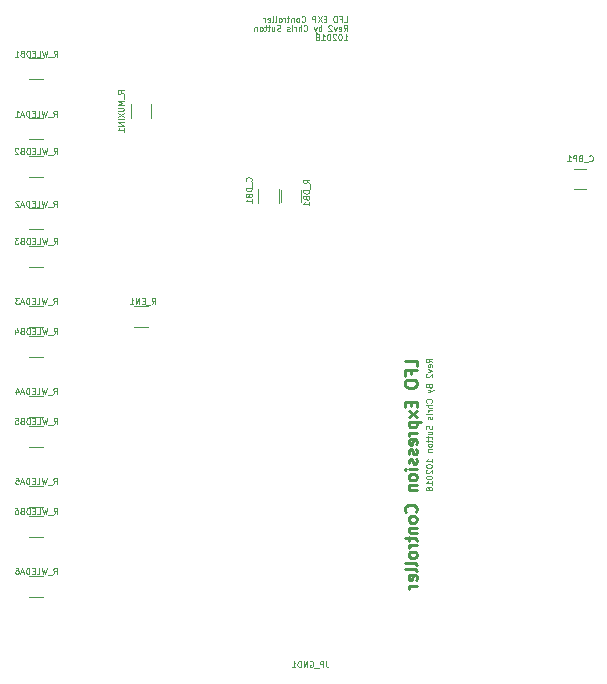
<source format=gbr>
G04 #@! TF.FileFunction,Legend,Bot*
%FSLAX46Y46*%
G04 Gerber Fmt 4.6, Leading zero omitted, Abs format (unit mm)*
G04 Created by KiCad (PCBNEW 4.0.7) date 03/11/18 00:16:20*
%MOMM*%
%LPD*%
G01*
G04 APERTURE LIST*
%ADD10C,0.100000*%
%ADD11C,0.015000*%
%ADD12C,0.125000*%
%ADD13C,0.250000*%
%ADD14C,0.120000*%
G04 APERTURE END LIST*
D10*
D11*
X122832857Y-53944190D02*
X123070952Y-53944190D01*
X123070952Y-53444190D01*
X122499524Y-53682286D02*
X122666190Y-53682286D01*
X122666190Y-53944190D02*
X122666190Y-53444190D01*
X122428095Y-53444190D01*
X122142381Y-53444190D02*
X122047143Y-53444190D01*
X121999524Y-53468000D01*
X121951905Y-53515619D01*
X121928096Y-53610857D01*
X121928096Y-53777524D01*
X121951905Y-53872762D01*
X121999524Y-53920381D01*
X122047143Y-53944190D01*
X122142381Y-53944190D01*
X122190000Y-53920381D01*
X122237619Y-53872762D01*
X122261429Y-53777524D01*
X122261429Y-53610857D01*
X122237619Y-53515619D01*
X122190000Y-53468000D01*
X122142381Y-53444190D01*
X121332857Y-53682286D02*
X121166191Y-53682286D01*
X121094762Y-53944190D02*
X121332857Y-53944190D01*
X121332857Y-53444190D01*
X121094762Y-53444190D01*
X120928095Y-53444190D02*
X120594762Y-53944190D01*
X120594762Y-53444190D02*
X120928095Y-53944190D01*
X120404286Y-53944190D02*
X120404286Y-53444190D01*
X120213810Y-53444190D01*
X120166191Y-53468000D01*
X120142382Y-53491810D01*
X120118572Y-53539429D01*
X120118572Y-53610857D01*
X120142382Y-53658476D01*
X120166191Y-53682286D01*
X120213810Y-53706095D01*
X120404286Y-53706095D01*
X119237620Y-53896571D02*
X119261430Y-53920381D01*
X119332858Y-53944190D01*
X119380477Y-53944190D01*
X119451906Y-53920381D01*
X119499525Y-53872762D01*
X119523334Y-53825143D01*
X119547144Y-53729905D01*
X119547144Y-53658476D01*
X119523334Y-53563238D01*
X119499525Y-53515619D01*
X119451906Y-53468000D01*
X119380477Y-53444190D01*
X119332858Y-53444190D01*
X119261430Y-53468000D01*
X119237620Y-53491810D01*
X118951906Y-53944190D02*
X118999525Y-53920381D01*
X119023334Y-53896571D01*
X119047144Y-53848952D01*
X119047144Y-53706095D01*
X119023334Y-53658476D01*
X118999525Y-53634667D01*
X118951906Y-53610857D01*
X118880477Y-53610857D01*
X118832858Y-53634667D01*
X118809049Y-53658476D01*
X118785239Y-53706095D01*
X118785239Y-53848952D01*
X118809049Y-53896571D01*
X118832858Y-53920381D01*
X118880477Y-53944190D01*
X118951906Y-53944190D01*
X118570953Y-53610857D02*
X118570953Y-53944190D01*
X118570953Y-53658476D02*
X118547144Y-53634667D01*
X118499525Y-53610857D01*
X118428096Y-53610857D01*
X118380477Y-53634667D01*
X118356668Y-53682286D01*
X118356668Y-53944190D01*
X118190001Y-53610857D02*
X117999525Y-53610857D01*
X118118572Y-53444190D02*
X118118572Y-53872762D01*
X118094763Y-53920381D01*
X118047144Y-53944190D01*
X117999525Y-53944190D01*
X117832858Y-53944190D02*
X117832858Y-53610857D01*
X117832858Y-53706095D02*
X117809049Y-53658476D01*
X117785239Y-53634667D01*
X117737620Y-53610857D01*
X117690001Y-53610857D01*
X117451906Y-53944190D02*
X117499525Y-53920381D01*
X117523334Y-53896571D01*
X117547144Y-53848952D01*
X117547144Y-53706095D01*
X117523334Y-53658476D01*
X117499525Y-53634667D01*
X117451906Y-53610857D01*
X117380477Y-53610857D01*
X117332858Y-53634667D01*
X117309049Y-53658476D01*
X117285239Y-53706095D01*
X117285239Y-53848952D01*
X117309049Y-53896571D01*
X117332858Y-53920381D01*
X117380477Y-53944190D01*
X117451906Y-53944190D01*
X116999525Y-53944190D02*
X117047144Y-53920381D01*
X117070953Y-53872762D01*
X117070953Y-53444190D01*
X116737620Y-53944190D02*
X116785239Y-53920381D01*
X116809048Y-53872762D01*
X116809048Y-53444190D01*
X116356667Y-53920381D02*
X116404286Y-53944190D01*
X116499524Y-53944190D01*
X116547143Y-53920381D01*
X116570953Y-53872762D01*
X116570953Y-53682286D01*
X116547143Y-53634667D01*
X116499524Y-53610857D01*
X116404286Y-53610857D01*
X116356667Y-53634667D01*
X116332858Y-53682286D01*
X116332858Y-53729905D01*
X116570953Y-53777524D01*
X116118572Y-53944190D02*
X116118572Y-53610857D01*
X116118572Y-53706095D02*
X116094763Y-53658476D01*
X116070953Y-53634667D01*
X116023334Y-53610857D01*
X115975715Y-53610857D01*
X122785238Y-54709190D02*
X122951905Y-54471095D01*
X123070952Y-54709190D02*
X123070952Y-54209190D01*
X122880476Y-54209190D01*
X122832857Y-54233000D01*
X122809048Y-54256810D01*
X122785238Y-54304429D01*
X122785238Y-54375857D01*
X122809048Y-54423476D01*
X122832857Y-54447286D01*
X122880476Y-54471095D01*
X123070952Y-54471095D01*
X122380476Y-54685381D02*
X122428095Y-54709190D01*
X122523333Y-54709190D01*
X122570952Y-54685381D01*
X122594762Y-54637762D01*
X122594762Y-54447286D01*
X122570952Y-54399667D01*
X122523333Y-54375857D01*
X122428095Y-54375857D01*
X122380476Y-54399667D01*
X122356667Y-54447286D01*
X122356667Y-54494905D01*
X122594762Y-54542524D01*
X122190000Y-54375857D02*
X122070953Y-54709190D01*
X121951905Y-54375857D01*
X121785239Y-54256810D02*
X121761429Y-54233000D01*
X121713810Y-54209190D01*
X121594763Y-54209190D01*
X121547144Y-54233000D01*
X121523334Y-54256810D01*
X121499525Y-54304429D01*
X121499525Y-54352048D01*
X121523334Y-54423476D01*
X121809048Y-54709190D01*
X121499525Y-54709190D01*
X120904287Y-54709190D02*
X120904287Y-54209190D01*
X120904287Y-54399667D02*
X120856668Y-54375857D01*
X120761430Y-54375857D01*
X120713811Y-54399667D01*
X120690002Y-54423476D01*
X120666192Y-54471095D01*
X120666192Y-54613952D01*
X120690002Y-54661571D01*
X120713811Y-54685381D01*
X120761430Y-54709190D01*
X120856668Y-54709190D01*
X120904287Y-54685381D01*
X120499525Y-54375857D02*
X120380478Y-54709190D01*
X120261430Y-54375857D02*
X120380478Y-54709190D01*
X120428097Y-54828238D01*
X120451906Y-54852048D01*
X120499525Y-54875857D01*
X119404288Y-54661571D02*
X119428098Y-54685381D01*
X119499526Y-54709190D01*
X119547145Y-54709190D01*
X119618574Y-54685381D01*
X119666193Y-54637762D01*
X119690002Y-54590143D01*
X119713812Y-54494905D01*
X119713812Y-54423476D01*
X119690002Y-54328238D01*
X119666193Y-54280619D01*
X119618574Y-54233000D01*
X119547145Y-54209190D01*
X119499526Y-54209190D01*
X119428098Y-54233000D01*
X119404288Y-54256810D01*
X119190002Y-54709190D02*
X119190002Y-54209190D01*
X118975717Y-54709190D02*
X118975717Y-54447286D01*
X118999526Y-54399667D01*
X119047145Y-54375857D01*
X119118574Y-54375857D01*
X119166193Y-54399667D01*
X119190002Y-54423476D01*
X118737621Y-54709190D02*
X118737621Y-54375857D01*
X118737621Y-54471095D02*
X118713812Y-54423476D01*
X118690002Y-54399667D01*
X118642383Y-54375857D01*
X118594764Y-54375857D01*
X118428097Y-54709190D02*
X118428097Y-54375857D01*
X118428097Y-54209190D02*
X118451907Y-54233000D01*
X118428097Y-54256810D01*
X118404288Y-54233000D01*
X118428097Y-54209190D01*
X118428097Y-54256810D01*
X118213812Y-54685381D02*
X118166193Y-54709190D01*
X118070955Y-54709190D01*
X118023336Y-54685381D01*
X117999526Y-54637762D01*
X117999526Y-54613952D01*
X118023336Y-54566333D01*
X118070955Y-54542524D01*
X118142383Y-54542524D01*
X118190002Y-54518714D01*
X118213812Y-54471095D01*
X118213812Y-54447286D01*
X118190002Y-54399667D01*
X118142383Y-54375857D01*
X118070955Y-54375857D01*
X118023336Y-54399667D01*
X117428098Y-54685381D02*
X117356669Y-54709190D01*
X117237622Y-54709190D01*
X117190003Y-54685381D01*
X117166193Y-54661571D01*
X117142384Y-54613952D01*
X117142384Y-54566333D01*
X117166193Y-54518714D01*
X117190003Y-54494905D01*
X117237622Y-54471095D01*
X117332860Y-54447286D01*
X117380479Y-54423476D01*
X117404288Y-54399667D01*
X117428098Y-54352048D01*
X117428098Y-54304429D01*
X117404288Y-54256810D01*
X117380479Y-54233000D01*
X117332860Y-54209190D01*
X117213812Y-54209190D01*
X117142384Y-54233000D01*
X116713813Y-54375857D02*
X116713813Y-54709190D01*
X116928098Y-54375857D02*
X116928098Y-54637762D01*
X116904289Y-54685381D01*
X116856670Y-54709190D01*
X116785241Y-54709190D01*
X116737622Y-54685381D01*
X116713813Y-54661571D01*
X116547146Y-54375857D02*
X116356670Y-54375857D01*
X116475717Y-54209190D02*
X116475717Y-54637762D01*
X116451908Y-54685381D01*
X116404289Y-54709190D01*
X116356670Y-54709190D01*
X116261432Y-54375857D02*
X116070956Y-54375857D01*
X116190003Y-54209190D02*
X116190003Y-54637762D01*
X116166194Y-54685381D01*
X116118575Y-54709190D01*
X116070956Y-54709190D01*
X115832861Y-54709190D02*
X115880480Y-54685381D01*
X115904289Y-54661571D01*
X115928099Y-54613952D01*
X115928099Y-54471095D01*
X115904289Y-54423476D01*
X115880480Y-54399667D01*
X115832861Y-54375857D01*
X115761432Y-54375857D01*
X115713813Y-54399667D01*
X115690004Y-54423476D01*
X115666194Y-54471095D01*
X115666194Y-54613952D01*
X115690004Y-54661571D01*
X115713813Y-54685381D01*
X115761432Y-54709190D01*
X115832861Y-54709190D01*
X115451908Y-54375857D02*
X115451908Y-54709190D01*
X115451908Y-54423476D02*
X115428099Y-54399667D01*
X115380480Y-54375857D01*
X115309051Y-54375857D01*
X115261432Y-54399667D01*
X115237623Y-54447286D01*
X115237623Y-54709190D01*
X122809048Y-55474190D02*
X123094762Y-55474190D01*
X122951905Y-55474190D02*
X122951905Y-54974190D01*
X122999524Y-55045619D01*
X123047143Y-55093238D01*
X123094762Y-55117048D01*
X122499524Y-54974190D02*
X122451905Y-54974190D01*
X122404286Y-54998000D01*
X122380477Y-55021810D01*
X122356667Y-55069429D01*
X122332858Y-55164667D01*
X122332858Y-55283714D01*
X122356667Y-55378952D01*
X122380477Y-55426571D01*
X122404286Y-55450381D01*
X122451905Y-55474190D01*
X122499524Y-55474190D01*
X122547143Y-55450381D01*
X122570953Y-55426571D01*
X122594762Y-55378952D01*
X122618572Y-55283714D01*
X122618572Y-55164667D01*
X122594762Y-55069429D01*
X122570953Y-55021810D01*
X122547143Y-54998000D01*
X122499524Y-54974190D01*
X122142382Y-55021810D02*
X122118572Y-54998000D01*
X122070953Y-54974190D01*
X121951906Y-54974190D01*
X121904287Y-54998000D01*
X121880477Y-55021810D01*
X121856668Y-55069429D01*
X121856668Y-55117048D01*
X121880477Y-55188476D01*
X122166191Y-55474190D01*
X121856668Y-55474190D01*
X121547144Y-54974190D02*
X121499525Y-54974190D01*
X121451906Y-54998000D01*
X121428097Y-55021810D01*
X121404287Y-55069429D01*
X121380478Y-55164667D01*
X121380478Y-55283714D01*
X121404287Y-55378952D01*
X121428097Y-55426571D01*
X121451906Y-55450381D01*
X121499525Y-55474190D01*
X121547144Y-55474190D01*
X121594763Y-55450381D01*
X121618573Y-55426571D01*
X121642382Y-55378952D01*
X121666192Y-55283714D01*
X121666192Y-55164667D01*
X121642382Y-55069429D01*
X121618573Y-55021810D01*
X121594763Y-54998000D01*
X121547144Y-54974190D01*
X120904288Y-55474190D02*
X121190002Y-55474190D01*
X121047145Y-55474190D02*
X121047145Y-54974190D01*
X121094764Y-55045619D01*
X121142383Y-55093238D01*
X121190002Y-55117048D01*
X120618574Y-55188476D02*
X120666193Y-55164667D01*
X120690002Y-55140857D01*
X120713812Y-55093238D01*
X120713812Y-55069429D01*
X120690002Y-55021810D01*
X120666193Y-54998000D01*
X120618574Y-54974190D01*
X120523336Y-54974190D01*
X120475717Y-54998000D01*
X120451907Y-55021810D01*
X120428098Y-55069429D01*
X120428098Y-55093238D01*
X120451907Y-55140857D01*
X120475717Y-55164667D01*
X120523336Y-55188476D01*
X120618574Y-55188476D01*
X120666193Y-55212286D01*
X120690002Y-55236095D01*
X120713812Y-55283714D01*
X120713812Y-55378952D01*
X120690002Y-55426571D01*
X120666193Y-55450381D01*
X120618574Y-55474190D01*
X120523336Y-55474190D01*
X120475717Y-55450381D01*
X120451907Y-55426571D01*
X120428098Y-55378952D01*
X120428098Y-55283714D01*
X120451907Y-55236095D01*
X120475717Y-55212286D01*
X120523336Y-55188476D01*
D12*
X130274190Y-82737194D02*
X130036095Y-82570527D01*
X130274190Y-82451480D02*
X129774190Y-82451480D01*
X129774190Y-82641956D01*
X129798000Y-82689575D01*
X129821810Y-82713384D01*
X129869429Y-82737194D01*
X129940857Y-82737194D01*
X129988476Y-82713384D01*
X130012286Y-82689575D01*
X130036095Y-82641956D01*
X130036095Y-82451480D01*
X130250381Y-83141956D02*
X130274190Y-83094337D01*
X130274190Y-82999099D01*
X130250381Y-82951480D01*
X130202762Y-82927670D01*
X130012286Y-82927670D01*
X129964667Y-82951480D01*
X129940857Y-82999099D01*
X129940857Y-83094337D01*
X129964667Y-83141956D01*
X130012286Y-83165765D01*
X130059905Y-83165765D01*
X130107524Y-82927670D01*
X129940857Y-83332432D02*
X130274190Y-83451479D01*
X129940857Y-83570527D01*
X129821810Y-83737193D02*
X129798000Y-83761003D01*
X129774190Y-83808622D01*
X129774190Y-83927669D01*
X129798000Y-83975288D01*
X129821810Y-83999098D01*
X129869429Y-84022907D01*
X129917048Y-84022907D01*
X129988476Y-83999098D01*
X130274190Y-83713384D01*
X130274190Y-84022907D01*
X130012286Y-84784811D02*
X130036095Y-84856240D01*
X130059905Y-84880049D01*
X130107524Y-84903859D01*
X130178952Y-84903859D01*
X130226571Y-84880049D01*
X130250381Y-84856240D01*
X130274190Y-84808621D01*
X130274190Y-84618145D01*
X129774190Y-84618145D01*
X129774190Y-84784811D01*
X129798000Y-84832430D01*
X129821810Y-84856240D01*
X129869429Y-84880049D01*
X129917048Y-84880049D01*
X129964667Y-84856240D01*
X129988476Y-84832430D01*
X130012286Y-84784811D01*
X130012286Y-84618145D01*
X129940857Y-85070526D02*
X130274190Y-85189573D01*
X129940857Y-85308621D02*
X130274190Y-85189573D01*
X130393238Y-85141954D01*
X130417048Y-85118145D01*
X130440857Y-85070526D01*
X130226571Y-86165763D02*
X130250381Y-86141953D01*
X130274190Y-86070525D01*
X130274190Y-86022906D01*
X130250381Y-85951477D01*
X130202762Y-85903858D01*
X130155143Y-85880049D01*
X130059905Y-85856239D01*
X129988476Y-85856239D01*
X129893238Y-85880049D01*
X129845619Y-85903858D01*
X129798000Y-85951477D01*
X129774190Y-86022906D01*
X129774190Y-86070525D01*
X129798000Y-86141953D01*
X129821810Y-86165763D01*
X130274190Y-86380049D02*
X129774190Y-86380049D01*
X130274190Y-86594334D02*
X130012286Y-86594334D01*
X129964667Y-86570525D01*
X129940857Y-86522906D01*
X129940857Y-86451477D01*
X129964667Y-86403858D01*
X129988476Y-86380049D01*
X130274190Y-86832430D02*
X129940857Y-86832430D01*
X130036095Y-86832430D02*
X129988476Y-86856239D01*
X129964667Y-86880049D01*
X129940857Y-86927668D01*
X129940857Y-86975287D01*
X130274190Y-87141954D02*
X129940857Y-87141954D01*
X129774190Y-87141954D02*
X129798000Y-87118144D01*
X129821810Y-87141954D01*
X129798000Y-87165763D01*
X129774190Y-87141954D01*
X129821810Y-87141954D01*
X130250381Y-87356239D02*
X130274190Y-87403858D01*
X130274190Y-87499096D01*
X130250381Y-87546715D01*
X130202762Y-87570525D01*
X130178952Y-87570525D01*
X130131333Y-87546715D01*
X130107524Y-87499096D01*
X130107524Y-87427668D01*
X130083714Y-87380049D01*
X130036095Y-87356239D01*
X130012286Y-87356239D01*
X129964667Y-87380049D01*
X129940857Y-87427668D01*
X129940857Y-87499096D01*
X129964667Y-87546715D01*
X130250381Y-88141953D02*
X130274190Y-88213382D01*
X130274190Y-88332429D01*
X130250381Y-88380048D01*
X130226571Y-88403858D01*
X130178952Y-88427667D01*
X130131333Y-88427667D01*
X130083714Y-88403858D01*
X130059905Y-88380048D01*
X130036095Y-88332429D01*
X130012286Y-88237191D01*
X129988476Y-88189572D01*
X129964667Y-88165763D01*
X129917048Y-88141953D01*
X129869429Y-88141953D01*
X129821810Y-88165763D01*
X129798000Y-88189572D01*
X129774190Y-88237191D01*
X129774190Y-88356239D01*
X129798000Y-88427667D01*
X129940857Y-88856238D02*
X130274190Y-88856238D01*
X129940857Y-88641953D02*
X130202762Y-88641953D01*
X130250381Y-88665762D01*
X130274190Y-88713381D01*
X130274190Y-88784810D01*
X130250381Y-88832429D01*
X130226571Y-88856238D01*
X129940857Y-89022905D02*
X129940857Y-89213381D01*
X129774190Y-89094334D02*
X130202762Y-89094334D01*
X130250381Y-89118143D01*
X130274190Y-89165762D01*
X130274190Y-89213381D01*
X129940857Y-89308619D02*
X129940857Y-89499095D01*
X129774190Y-89380048D02*
X130202762Y-89380048D01*
X130250381Y-89403857D01*
X130274190Y-89451476D01*
X130274190Y-89499095D01*
X130274190Y-89737190D02*
X130250381Y-89689571D01*
X130226571Y-89665762D01*
X130178952Y-89641952D01*
X130036095Y-89641952D01*
X129988476Y-89665762D01*
X129964667Y-89689571D01*
X129940857Y-89737190D01*
X129940857Y-89808619D01*
X129964667Y-89856238D01*
X129988476Y-89880047D01*
X130036095Y-89903857D01*
X130178952Y-89903857D01*
X130226571Y-89880047D01*
X130250381Y-89856238D01*
X130274190Y-89808619D01*
X130274190Y-89737190D01*
X129940857Y-90118143D02*
X130274190Y-90118143D01*
X129988476Y-90118143D02*
X129964667Y-90141952D01*
X129940857Y-90189571D01*
X129940857Y-90261000D01*
X129964667Y-90308619D01*
X130012286Y-90332428D01*
X130274190Y-90332428D01*
X130274190Y-91213380D02*
X130274190Y-90927666D01*
X130274190Y-91070523D02*
X129774190Y-91070523D01*
X129845619Y-91022904D01*
X129893238Y-90975285D01*
X129917048Y-90927666D01*
X129774190Y-91522904D02*
X129774190Y-91570523D01*
X129798000Y-91618142D01*
X129821810Y-91641951D01*
X129869429Y-91665761D01*
X129964667Y-91689570D01*
X130083714Y-91689570D01*
X130178952Y-91665761D01*
X130226571Y-91641951D01*
X130250381Y-91618142D01*
X130274190Y-91570523D01*
X130274190Y-91522904D01*
X130250381Y-91475285D01*
X130226571Y-91451475D01*
X130178952Y-91427666D01*
X130083714Y-91403856D01*
X129964667Y-91403856D01*
X129869429Y-91427666D01*
X129821810Y-91451475D01*
X129798000Y-91475285D01*
X129774190Y-91522904D01*
X129821810Y-91880046D02*
X129798000Y-91903856D01*
X129774190Y-91951475D01*
X129774190Y-92070522D01*
X129798000Y-92118141D01*
X129821810Y-92141951D01*
X129869429Y-92165760D01*
X129917048Y-92165760D01*
X129988476Y-92141951D01*
X130274190Y-91856237D01*
X130274190Y-92165760D01*
X129774190Y-92475284D02*
X129774190Y-92522903D01*
X129798000Y-92570522D01*
X129821810Y-92594331D01*
X129869429Y-92618141D01*
X129964667Y-92641950D01*
X130083714Y-92641950D01*
X130178952Y-92618141D01*
X130226571Y-92594331D01*
X130250381Y-92570522D01*
X130274190Y-92522903D01*
X130274190Y-92475284D01*
X130250381Y-92427665D01*
X130226571Y-92403855D01*
X130178952Y-92380046D01*
X130083714Y-92356236D01*
X129964667Y-92356236D01*
X129869429Y-92380046D01*
X129821810Y-92403855D01*
X129798000Y-92427665D01*
X129774190Y-92475284D01*
X130274190Y-93118140D02*
X130274190Y-92832426D01*
X130274190Y-92975283D02*
X129774190Y-92975283D01*
X129845619Y-92927664D01*
X129893238Y-92880045D01*
X129917048Y-92832426D01*
X129988476Y-93403854D02*
X129964667Y-93356235D01*
X129940857Y-93332426D01*
X129893238Y-93308616D01*
X129869429Y-93308616D01*
X129821810Y-93332426D01*
X129798000Y-93356235D01*
X129774190Y-93403854D01*
X129774190Y-93499092D01*
X129798000Y-93546711D01*
X129821810Y-93570521D01*
X129869429Y-93594330D01*
X129893238Y-93594330D01*
X129940857Y-93570521D01*
X129964667Y-93546711D01*
X129988476Y-93499092D01*
X129988476Y-93403854D01*
X130012286Y-93356235D01*
X130036095Y-93332426D01*
X130083714Y-93308616D01*
X130178952Y-93308616D01*
X130226571Y-93332426D01*
X130250381Y-93356235D01*
X130274190Y-93403854D01*
X130274190Y-93499092D01*
X130250381Y-93546711D01*
X130226571Y-93570521D01*
X130178952Y-93594330D01*
X130083714Y-93594330D01*
X130036095Y-93570521D01*
X130012286Y-93546711D01*
X129988476Y-93499092D01*
D13*
X128976381Y-83082951D02*
X128976381Y-82606760D01*
X127976381Y-82606760D01*
X128452571Y-83749618D02*
X128452571Y-83416284D01*
X128976381Y-83416284D02*
X127976381Y-83416284D01*
X127976381Y-83892475D01*
X127976381Y-84463903D02*
X127976381Y-84654380D01*
X128024000Y-84749618D01*
X128119238Y-84844856D01*
X128309714Y-84892475D01*
X128643048Y-84892475D01*
X128833524Y-84844856D01*
X128928762Y-84749618D01*
X128976381Y-84654380D01*
X128976381Y-84463903D01*
X128928762Y-84368665D01*
X128833524Y-84273427D01*
X128643048Y-84225808D01*
X128309714Y-84225808D01*
X128119238Y-84273427D01*
X128024000Y-84368665D01*
X127976381Y-84463903D01*
X128452571Y-86082951D02*
X128452571Y-86416285D01*
X128976381Y-86559142D02*
X128976381Y-86082951D01*
X127976381Y-86082951D01*
X127976381Y-86559142D01*
X128976381Y-86892475D02*
X128309714Y-87416285D01*
X128309714Y-86892475D02*
X128976381Y-87416285D01*
X128309714Y-87797237D02*
X129309714Y-87797237D01*
X128357333Y-87797237D02*
X128309714Y-87892475D01*
X128309714Y-88082952D01*
X128357333Y-88178190D01*
X128404952Y-88225809D01*
X128500190Y-88273428D01*
X128785905Y-88273428D01*
X128881143Y-88225809D01*
X128928762Y-88178190D01*
X128976381Y-88082952D01*
X128976381Y-87892475D01*
X128928762Y-87797237D01*
X128976381Y-88701999D02*
X128309714Y-88701999D01*
X128500190Y-88701999D02*
X128404952Y-88749618D01*
X128357333Y-88797237D01*
X128309714Y-88892475D01*
X128309714Y-88987714D01*
X128928762Y-89702000D02*
X128976381Y-89606762D01*
X128976381Y-89416285D01*
X128928762Y-89321047D01*
X128833524Y-89273428D01*
X128452571Y-89273428D01*
X128357333Y-89321047D01*
X128309714Y-89416285D01*
X128309714Y-89606762D01*
X128357333Y-89702000D01*
X128452571Y-89749619D01*
X128547810Y-89749619D01*
X128643048Y-89273428D01*
X128928762Y-90130571D02*
X128976381Y-90225809D01*
X128976381Y-90416285D01*
X128928762Y-90511524D01*
X128833524Y-90559143D01*
X128785905Y-90559143D01*
X128690667Y-90511524D01*
X128643048Y-90416285D01*
X128643048Y-90273428D01*
X128595429Y-90178190D01*
X128500190Y-90130571D01*
X128452571Y-90130571D01*
X128357333Y-90178190D01*
X128309714Y-90273428D01*
X128309714Y-90416285D01*
X128357333Y-90511524D01*
X128928762Y-90940095D02*
X128976381Y-91035333D01*
X128976381Y-91225809D01*
X128928762Y-91321048D01*
X128833524Y-91368667D01*
X128785905Y-91368667D01*
X128690667Y-91321048D01*
X128643048Y-91225809D01*
X128643048Y-91082952D01*
X128595429Y-90987714D01*
X128500190Y-90940095D01*
X128452571Y-90940095D01*
X128357333Y-90987714D01*
X128309714Y-91082952D01*
X128309714Y-91225809D01*
X128357333Y-91321048D01*
X128976381Y-91797238D02*
X128309714Y-91797238D01*
X127976381Y-91797238D02*
X128024000Y-91749619D01*
X128071619Y-91797238D01*
X128024000Y-91844857D01*
X127976381Y-91797238D01*
X128071619Y-91797238D01*
X128976381Y-92416285D02*
X128928762Y-92321047D01*
X128881143Y-92273428D01*
X128785905Y-92225809D01*
X128500190Y-92225809D01*
X128404952Y-92273428D01*
X128357333Y-92321047D01*
X128309714Y-92416285D01*
X128309714Y-92559143D01*
X128357333Y-92654381D01*
X128404952Y-92702000D01*
X128500190Y-92749619D01*
X128785905Y-92749619D01*
X128881143Y-92702000D01*
X128928762Y-92654381D01*
X128976381Y-92559143D01*
X128976381Y-92416285D01*
X128309714Y-93178190D02*
X128976381Y-93178190D01*
X128404952Y-93178190D02*
X128357333Y-93225809D01*
X128309714Y-93321047D01*
X128309714Y-93463905D01*
X128357333Y-93559143D01*
X128452571Y-93606762D01*
X128976381Y-93606762D01*
X128881143Y-95416286D02*
X128928762Y-95368667D01*
X128976381Y-95225810D01*
X128976381Y-95130572D01*
X128928762Y-94987714D01*
X128833524Y-94892476D01*
X128738286Y-94844857D01*
X128547810Y-94797238D01*
X128404952Y-94797238D01*
X128214476Y-94844857D01*
X128119238Y-94892476D01*
X128024000Y-94987714D01*
X127976381Y-95130572D01*
X127976381Y-95225810D01*
X128024000Y-95368667D01*
X128071619Y-95416286D01*
X128976381Y-95987714D02*
X128928762Y-95892476D01*
X128881143Y-95844857D01*
X128785905Y-95797238D01*
X128500190Y-95797238D01*
X128404952Y-95844857D01*
X128357333Y-95892476D01*
X128309714Y-95987714D01*
X128309714Y-96130572D01*
X128357333Y-96225810D01*
X128404952Y-96273429D01*
X128500190Y-96321048D01*
X128785905Y-96321048D01*
X128881143Y-96273429D01*
X128928762Y-96225810D01*
X128976381Y-96130572D01*
X128976381Y-95987714D01*
X128309714Y-96749619D02*
X128976381Y-96749619D01*
X128404952Y-96749619D02*
X128357333Y-96797238D01*
X128309714Y-96892476D01*
X128309714Y-97035334D01*
X128357333Y-97130572D01*
X128452571Y-97178191D01*
X128976381Y-97178191D01*
X128309714Y-97511524D02*
X128309714Y-97892476D01*
X127976381Y-97654381D02*
X128833524Y-97654381D01*
X128928762Y-97702000D01*
X128976381Y-97797238D01*
X128976381Y-97892476D01*
X128976381Y-98225810D02*
X128309714Y-98225810D01*
X128500190Y-98225810D02*
X128404952Y-98273429D01*
X128357333Y-98321048D01*
X128309714Y-98416286D01*
X128309714Y-98511525D01*
X128976381Y-98987715D02*
X128928762Y-98892477D01*
X128881143Y-98844858D01*
X128785905Y-98797239D01*
X128500190Y-98797239D01*
X128404952Y-98844858D01*
X128357333Y-98892477D01*
X128309714Y-98987715D01*
X128309714Y-99130573D01*
X128357333Y-99225811D01*
X128404952Y-99273430D01*
X128500190Y-99321049D01*
X128785905Y-99321049D01*
X128881143Y-99273430D01*
X128928762Y-99225811D01*
X128976381Y-99130573D01*
X128976381Y-98987715D01*
X128976381Y-99892477D02*
X128928762Y-99797239D01*
X128833524Y-99749620D01*
X127976381Y-99749620D01*
X128976381Y-100416287D02*
X128928762Y-100321049D01*
X128833524Y-100273430D01*
X127976381Y-100273430D01*
X128928762Y-101178193D02*
X128976381Y-101082955D01*
X128976381Y-100892478D01*
X128928762Y-100797240D01*
X128833524Y-100749621D01*
X128452571Y-100749621D01*
X128357333Y-100797240D01*
X128309714Y-100892478D01*
X128309714Y-101082955D01*
X128357333Y-101178193D01*
X128452571Y-101225812D01*
X128547810Y-101225812D01*
X128643048Y-100749621D01*
X128976381Y-101654383D02*
X128309714Y-101654383D01*
X128500190Y-101654383D02*
X128404952Y-101702002D01*
X128357333Y-101749621D01*
X128309714Y-101844859D01*
X128309714Y-101940098D01*
D14*
X106238600Y-77987000D02*
X105038600Y-77987000D01*
X105038600Y-79747000D02*
X106238600Y-79747000D01*
X96148600Y-63872000D02*
X97348600Y-63872000D01*
X97348600Y-62112000D02*
X96148600Y-62112000D01*
X96148600Y-71492000D02*
X97348600Y-71492000D01*
X97348600Y-69732000D02*
X96148600Y-69732000D01*
X96148600Y-79747000D02*
X97348600Y-79747000D01*
X97348600Y-77987000D02*
X96148600Y-77987000D01*
X96148600Y-87367000D02*
X97348600Y-87367000D01*
X97348600Y-85607000D02*
X96148600Y-85607000D01*
X96148600Y-94987000D02*
X97348600Y-94987000D01*
X97348600Y-93227000D02*
X96148600Y-93227000D01*
X96148600Y-102607000D02*
X97348600Y-102607000D01*
X97348600Y-100847000D02*
X96148600Y-100847000D01*
X97348600Y-57032000D02*
X96148600Y-57032000D01*
X96148600Y-58792000D02*
X97348600Y-58792000D01*
X97348600Y-65287000D02*
X96148600Y-65287000D01*
X96148600Y-67047000D02*
X97348600Y-67047000D01*
X97348600Y-72907000D02*
X96148600Y-72907000D01*
X96148600Y-74667000D02*
X97348600Y-74667000D01*
X97348600Y-80527000D02*
X96148600Y-80527000D01*
X96148600Y-82287000D02*
X97348600Y-82287000D01*
X97348600Y-88147000D02*
X96148600Y-88147000D01*
X96148600Y-89907000D02*
X97348600Y-89907000D01*
X97348600Y-95767000D02*
X96148600Y-95767000D01*
X96148600Y-97527000D02*
X97348600Y-97527000D01*
X142311500Y-66396500D02*
X143311500Y-66396500D01*
X143311500Y-68096500D02*
X142311500Y-68096500D01*
X117488600Y-69207000D02*
X117488600Y-68207000D01*
X119188600Y-68207000D02*
X119188600Y-69207000D01*
X117313600Y-69307000D02*
X117313600Y-68107000D01*
X115553600Y-68107000D02*
X115553600Y-69307000D01*
X106518600Y-62068000D02*
X106518600Y-60868000D01*
X104758600Y-60868000D02*
X104758600Y-62068000D01*
D11*
X106527504Y-77823190D02*
X106694171Y-77585095D01*
X106813218Y-77823190D02*
X106813218Y-77323190D01*
X106622742Y-77323190D01*
X106575123Y-77347000D01*
X106551314Y-77370810D01*
X106527504Y-77418429D01*
X106527504Y-77489857D01*
X106551314Y-77537476D01*
X106575123Y-77561286D01*
X106622742Y-77585095D01*
X106813218Y-77585095D01*
X106432266Y-77870810D02*
X106051314Y-77870810D01*
X105932266Y-77561286D02*
X105765600Y-77561286D01*
X105694171Y-77823190D02*
X105932266Y-77823190D01*
X105932266Y-77323190D01*
X105694171Y-77323190D01*
X105479885Y-77823190D02*
X105479885Y-77323190D01*
X105194171Y-77823190D01*
X105194171Y-77323190D01*
X104694171Y-77823190D02*
X104979885Y-77823190D01*
X104837028Y-77823190D02*
X104837028Y-77323190D01*
X104884647Y-77394619D01*
X104932266Y-77442238D01*
X104979885Y-77466048D01*
X98200980Y-61948190D02*
X98367647Y-61710095D01*
X98486694Y-61948190D02*
X98486694Y-61448190D01*
X98296218Y-61448190D01*
X98248599Y-61472000D01*
X98224790Y-61495810D01*
X98200980Y-61543429D01*
X98200980Y-61614857D01*
X98224790Y-61662476D01*
X98248599Y-61686286D01*
X98296218Y-61710095D01*
X98486694Y-61710095D01*
X98105742Y-61995810D02*
X97724790Y-61995810D01*
X97653361Y-61448190D02*
X97534314Y-61948190D01*
X97439076Y-61591048D01*
X97343838Y-61948190D01*
X97224790Y-61448190D01*
X96796218Y-61948190D02*
X97034313Y-61948190D01*
X97034313Y-61448190D01*
X96629551Y-61686286D02*
X96462885Y-61686286D01*
X96391456Y-61948190D02*
X96629551Y-61948190D01*
X96629551Y-61448190D01*
X96391456Y-61448190D01*
X96177170Y-61948190D02*
X96177170Y-61448190D01*
X96058123Y-61448190D01*
X95986694Y-61472000D01*
X95939075Y-61519619D01*
X95915266Y-61567238D01*
X95891456Y-61662476D01*
X95891456Y-61733905D01*
X95915266Y-61829143D01*
X95939075Y-61876762D01*
X95986694Y-61924381D01*
X96058123Y-61948190D01*
X96177170Y-61948190D01*
X95700980Y-61805333D02*
X95462885Y-61805333D01*
X95748599Y-61948190D02*
X95581932Y-61448190D01*
X95415266Y-61948190D01*
X94986695Y-61948190D02*
X95272409Y-61948190D01*
X95129552Y-61948190D02*
X95129552Y-61448190D01*
X95177171Y-61519619D01*
X95224790Y-61567238D01*
X95272409Y-61591048D01*
X98200980Y-69568190D02*
X98367647Y-69330095D01*
X98486694Y-69568190D02*
X98486694Y-69068190D01*
X98296218Y-69068190D01*
X98248599Y-69092000D01*
X98224790Y-69115810D01*
X98200980Y-69163429D01*
X98200980Y-69234857D01*
X98224790Y-69282476D01*
X98248599Y-69306286D01*
X98296218Y-69330095D01*
X98486694Y-69330095D01*
X98105742Y-69615810D02*
X97724790Y-69615810D01*
X97653361Y-69068190D02*
X97534314Y-69568190D01*
X97439076Y-69211048D01*
X97343838Y-69568190D01*
X97224790Y-69068190D01*
X96796218Y-69568190D02*
X97034313Y-69568190D01*
X97034313Y-69068190D01*
X96629551Y-69306286D02*
X96462885Y-69306286D01*
X96391456Y-69568190D02*
X96629551Y-69568190D01*
X96629551Y-69068190D01*
X96391456Y-69068190D01*
X96177170Y-69568190D02*
X96177170Y-69068190D01*
X96058123Y-69068190D01*
X95986694Y-69092000D01*
X95939075Y-69139619D01*
X95915266Y-69187238D01*
X95891456Y-69282476D01*
X95891456Y-69353905D01*
X95915266Y-69449143D01*
X95939075Y-69496762D01*
X95986694Y-69544381D01*
X96058123Y-69568190D01*
X96177170Y-69568190D01*
X95700980Y-69425333D02*
X95462885Y-69425333D01*
X95748599Y-69568190D02*
X95581932Y-69068190D01*
X95415266Y-69568190D01*
X95272409Y-69115810D02*
X95248599Y-69092000D01*
X95200980Y-69068190D01*
X95081933Y-69068190D01*
X95034314Y-69092000D01*
X95010504Y-69115810D01*
X94986695Y-69163429D01*
X94986695Y-69211048D01*
X95010504Y-69282476D01*
X95296218Y-69568190D01*
X94986695Y-69568190D01*
X98200980Y-77823190D02*
X98367647Y-77585095D01*
X98486694Y-77823190D02*
X98486694Y-77323190D01*
X98296218Y-77323190D01*
X98248599Y-77347000D01*
X98224790Y-77370810D01*
X98200980Y-77418429D01*
X98200980Y-77489857D01*
X98224790Y-77537476D01*
X98248599Y-77561286D01*
X98296218Y-77585095D01*
X98486694Y-77585095D01*
X98105742Y-77870810D02*
X97724790Y-77870810D01*
X97653361Y-77323190D02*
X97534314Y-77823190D01*
X97439076Y-77466048D01*
X97343838Y-77823190D01*
X97224790Y-77323190D01*
X96796218Y-77823190D02*
X97034313Y-77823190D01*
X97034313Y-77323190D01*
X96629551Y-77561286D02*
X96462885Y-77561286D01*
X96391456Y-77823190D02*
X96629551Y-77823190D01*
X96629551Y-77323190D01*
X96391456Y-77323190D01*
X96177170Y-77823190D02*
X96177170Y-77323190D01*
X96058123Y-77323190D01*
X95986694Y-77347000D01*
X95939075Y-77394619D01*
X95915266Y-77442238D01*
X95891456Y-77537476D01*
X95891456Y-77608905D01*
X95915266Y-77704143D01*
X95939075Y-77751762D01*
X95986694Y-77799381D01*
X96058123Y-77823190D01*
X96177170Y-77823190D01*
X95700980Y-77680333D02*
X95462885Y-77680333D01*
X95748599Y-77823190D02*
X95581932Y-77323190D01*
X95415266Y-77823190D01*
X95296218Y-77323190D02*
X94986695Y-77323190D01*
X95153361Y-77513667D01*
X95081933Y-77513667D01*
X95034314Y-77537476D01*
X95010504Y-77561286D01*
X94986695Y-77608905D01*
X94986695Y-77727952D01*
X95010504Y-77775571D01*
X95034314Y-77799381D01*
X95081933Y-77823190D01*
X95224790Y-77823190D01*
X95272409Y-77799381D01*
X95296218Y-77775571D01*
X98200980Y-85443190D02*
X98367647Y-85205095D01*
X98486694Y-85443190D02*
X98486694Y-84943190D01*
X98296218Y-84943190D01*
X98248599Y-84967000D01*
X98224790Y-84990810D01*
X98200980Y-85038429D01*
X98200980Y-85109857D01*
X98224790Y-85157476D01*
X98248599Y-85181286D01*
X98296218Y-85205095D01*
X98486694Y-85205095D01*
X98105742Y-85490810D02*
X97724790Y-85490810D01*
X97653361Y-84943190D02*
X97534314Y-85443190D01*
X97439076Y-85086048D01*
X97343838Y-85443190D01*
X97224790Y-84943190D01*
X96796218Y-85443190D02*
X97034313Y-85443190D01*
X97034313Y-84943190D01*
X96629551Y-85181286D02*
X96462885Y-85181286D01*
X96391456Y-85443190D02*
X96629551Y-85443190D01*
X96629551Y-84943190D01*
X96391456Y-84943190D01*
X96177170Y-85443190D02*
X96177170Y-84943190D01*
X96058123Y-84943190D01*
X95986694Y-84967000D01*
X95939075Y-85014619D01*
X95915266Y-85062238D01*
X95891456Y-85157476D01*
X95891456Y-85228905D01*
X95915266Y-85324143D01*
X95939075Y-85371762D01*
X95986694Y-85419381D01*
X96058123Y-85443190D01*
X96177170Y-85443190D01*
X95700980Y-85300333D02*
X95462885Y-85300333D01*
X95748599Y-85443190D02*
X95581932Y-84943190D01*
X95415266Y-85443190D01*
X95034314Y-85109857D02*
X95034314Y-85443190D01*
X95153361Y-84919381D02*
X95272409Y-85276524D01*
X94962885Y-85276524D01*
X98200980Y-93063190D02*
X98367647Y-92825095D01*
X98486694Y-93063190D02*
X98486694Y-92563190D01*
X98296218Y-92563190D01*
X98248599Y-92587000D01*
X98224790Y-92610810D01*
X98200980Y-92658429D01*
X98200980Y-92729857D01*
X98224790Y-92777476D01*
X98248599Y-92801286D01*
X98296218Y-92825095D01*
X98486694Y-92825095D01*
X98105742Y-93110810D02*
X97724790Y-93110810D01*
X97653361Y-92563190D02*
X97534314Y-93063190D01*
X97439076Y-92706048D01*
X97343838Y-93063190D01*
X97224790Y-92563190D01*
X96796218Y-93063190D02*
X97034313Y-93063190D01*
X97034313Y-92563190D01*
X96629551Y-92801286D02*
X96462885Y-92801286D01*
X96391456Y-93063190D02*
X96629551Y-93063190D01*
X96629551Y-92563190D01*
X96391456Y-92563190D01*
X96177170Y-93063190D02*
X96177170Y-92563190D01*
X96058123Y-92563190D01*
X95986694Y-92587000D01*
X95939075Y-92634619D01*
X95915266Y-92682238D01*
X95891456Y-92777476D01*
X95891456Y-92848905D01*
X95915266Y-92944143D01*
X95939075Y-92991762D01*
X95986694Y-93039381D01*
X96058123Y-93063190D01*
X96177170Y-93063190D01*
X95700980Y-92920333D02*
X95462885Y-92920333D01*
X95748599Y-93063190D02*
X95581932Y-92563190D01*
X95415266Y-93063190D01*
X95010504Y-92563190D02*
X95248599Y-92563190D01*
X95272409Y-92801286D01*
X95248599Y-92777476D01*
X95200980Y-92753667D01*
X95081933Y-92753667D01*
X95034314Y-92777476D01*
X95010504Y-92801286D01*
X94986695Y-92848905D01*
X94986695Y-92967952D01*
X95010504Y-93015571D01*
X95034314Y-93039381D01*
X95081933Y-93063190D01*
X95200980Y-93063190D01*
X95248599Y-93039381D01*
X95272409Y-93015571D01*
X98200980Y-100683190D02*
X98367647Y-100445095D01*
X98486694Y-100683190D02*
X98486694Y-100183190D01*
X98296218Y-100183190D01*
X98248599Y-100207000D01*
X98224790Y-100230810D01*
X98200980Y-100278429D01*
X98200980Y-100349857D01*
X98224790Y-100397476D01*
X98248599Y-100421286D01*
X98296218Y-100445095D01*
X98486694Y-100445095D01*
X98105742Y-100730810D02*
X97724790Y-100730810D01*
X97653361Y-100183190D02*
X97534314Y-100683190D01*
X97439076Y-100326048D01*
X97343838Y-100683190D01*
X97224790Y-100183190D01*
X96796218Y-100683190D02*
X97034313Y-100683190D01*
X97034313Y-100183190D01*
X96629551Y-100421286D02*
X96462885Y-100421286D01*
X96391456Y-100683190D02*
X96629551Y-100683190D01*
X96629551Y-100183190D01*
X96391456Y-100183190D01*
X96177170Y-100683190D02*
X96177170Y-100183190D01*
X96058123Y-100183190D01*
X95986694Y-100207000D01*
X95939075Y-100254619D01*
X95915266Y-100302238D01*
X95891456Y-100397476D01*
X95891456Y-100468905D01*
X95915266Y-100564143D01*
X95939075Y-100611762D01*
X95986694Y-100659381D01*
X96058123Y-100683190D01*
X96177170Y-100683190D01*
X95700980Y-100540333D02*
X95462885Y-100540333D01*
X95748599Y-100683190D02*
X95581932Y-100183190D01*
X95415266Y-100683190D01*
X95034314Y-100183190D02*
X95129552Y-100183190D01*
X95177171Y-100207000D01*
X95200980Y-100230810D01*
X95248599Y-100302238D01*
X95272409Y-100397476D01*
X95272409Y-100587952D01*
X95248599Y-100635571D01*
X95224790Y-100659381D01*
X95177171Y-100683190D01*
X95081933Y-100683190D01*
X95034314Y-100659381D01*
X95010504Y-100635571D01*
X94986695Y-100587952D01*
X94986695Y-100468905D01*
X95010504Y-100421286D01*
X95034314Y-100397476D01*
X95081933Y-100373667D01*
X95177171Y-100373667D01*
X95224790Y-100397476D01*
X95248599Y-100421286D01*
X95272409Y-100468905D01*
X98236695Y-56868190D02*
X98403362Y-56630095D01*
X98522409Y-56868190D02*
X98522409Y-56368190D01*
X98331933Y-56368190D01*
X98284314Y-56392000D01*
X98260505Y-56415810D01*
X98236695Y-56463429D01*
X98236695Y-56534857D01*
X98260505Y-56582476D01*
X98284314Y-56606286D01*
X98331933Y-56630095D01*
X98522409Y-56630095D01*
X98141457Y-56915810D02*
X97760505Y-56915810D01*
X97689076Y-56368190D02*
X97570029Y-56868190D01*
X97474791Y-56511048D01*
X97379553Y-56868190D01*
X97260505Y-56368190D01*
X96831933Y-56868190D02*
X97070028Y-56868190D01*
X97070028Y-56368190D01*
X96665266Y-56606286D02*
X96498600Y-56606286D01*
X96427171Y-56868190D02*
X96665266Y-56868190D01*
X96665266Y-56368190D01*
X96427171Y-56368190D01*
X96212885Y-56868190D02*
X96212885Y-56368190D01*
X96093838Y-56368190D01*
X96022409Y-56392000D01*
X95974790Y-56439619D01*
X95950981Y-56487238D01*
X95927171Y-56582476D01*
X95927171Y-56653905D01*
X95950981Y-56749143D01*
X95974790Y-56796762D01*
X96022409Y-56844381D01*
X96093838Y-56868190D01*
X96212885Y-56868190D01*
X95546219Y-56606286D02*
X95474790Y-56630095D01*
X95450981Y-56653905D01*
X95427171Y-56701524D01*
X95427171Y-56772952D01*
X95450981Y-56820571D01*
X95474790Y-56844381D01*
X95522409Y-56868190D01*
X95712885Y-56868190D01*
X95712885Y-56368190D01*
X95546219Y-56368190D01*
X95498600Y-56392000D01*
X95474790Y-56415810D01*
X95450981Y-56463429D01*
X95450981Y-56511048D01*
X95474790Y-56558667D01*
X95498600Y-56582476D01*
X95546219Y-56606286D01*
X95712885Y-56606286D01*
X94950981Y-56868190D02*
X95236695Y-56868190D01*
X95093838Y-56868190D02*
X95093838Y-56368190D01*
X95141457Y-56439619D01*
X95189076Y-56487238D01*
X95236695Y-56511048D01*
X98236695Y-65123190D02*
X98403362Y-64885095D01*
X98522409Y-65123190D02*
X98522409Y-64623190D01*
X98331933Y-64623190D01*
X98284314Y-64647000D01*
X98260505Y-64670810D01*
X98236695Y-64718429D01*
X98236695Y-64789857D01*
X98260505Y-64837476D01*
X98284314Y-64861286D01*
X98331933Y-64885095D01*
X98522409Y-64885095D01*
X98141457Y-65170810D02*
X97760505Y-65170810D01*
X97689076Y-64623190D02*
X97570029Y-65123190D01*
X97474791Y-64766048D01*
X97379553Y-65123190D01*
X97260505Y-64623190D01*
X96831933Y-65123190D02*
X97070028Y-65123190D01*
X97070028Y-64623190D01*
X96665266Y-64861286D02*
X96498600Y-64861286D01*
X96427171Y-65123190D02*
X96665266Y-65123190D01*
X96665266Y-64623190D01*
X96427171Y-64623190D01*
X96212885Y-65123190D02*
X96212885Y-64623190D01*
X96093838Y-64623190D01*
X96022409Y-64647000D01*
X95974790Y-64694619D01*
X95950981Y-64742238D01*
X95927171Y-64837476D01*
X95927171Y-64908905D01*
X95950981Y-65004143D01*
X95974790Y-65051762D01*
X96022409Y-65099381D01*
X96093838Y-65123190D01*
X96212885Y-65123190D01*
X95546219Y-64861286D02*
X95474790Y-64885095D01*
X95450981Y-64908905D01*
X95427171Y-64956524D01*
X95427171Y-65027952D01*
X95450981Y-65075571D01*
X95474790Y-65099381D01*
X95522409Y-65123190D01*
X95712885Y-65123190D01*
X95712885Y-64623190D01*
X95546219Y-64623190D01*
X95498600Y-64647000D01*
X95474790Y-64670810D01*
X95450981Y-64718429D01*
X95450981Y-64766048D01*
X95474790Y-64813667D01*
X95498600Y-64837476D01*
X95546219Y-64861286D01*
X95712885Y-64861286D01*
X95236695Y-64670810D02*
X95212885Y-64647000D01*
X95165266Y-64623190D01*
X95046219Y-64623190D01*
X94998600Y-64647000D01*
X94974790Y-64670810D01*
X94950981Y-64718429D01*
X94950981Y-64766048D01*
X94974790Y-64837476D01*
X95260504Y-65123190D01*
X94950981Y-65123190D01*
X98236695Y-72743190D02*
X98403362Y-72505095D01*
X98522409Y-72743190D02*
X98522409Y-72243190D01*
X98331933Y-72243190D01*
X98284314Y-72267000D01*
X98260505Y-72290810D01*
X98236695Y-72338429D01*
X98236695Y-72409857D01*
X98260505Y-72457476D01*
X98284314Y-72481286D01*
X98331933Y-72505095D01*
X98522409Y-72505095D01*
X98141457Y-72790810D02*
X97760505Y-72790810D01*
X97689076Y-72243190D02*
X97570029Y-72743190D01*
X97474791Y-72386048D01*
X97379553Y-72743190D01*
X97260505Y-72243190D01*
X96831933Y-72743190D02*
X97070028Y-72743190D01*
X97070028Y-72243190D01*
X96665266Y-72481286D02*
X96498600Y-72481286D01*
X96427171Y-72743190D02*
X96665266Y-72743190D01*
X96665266Y-72243190D01*
X96427171Y-72243190D01*
X96212885Y-72743190D02*
X96212885Y-72243190D01*
X96093838Y-72243190D01*
X96022409Y-72267000D01*
X95974790Y-72314619D01*
X95950981Y-72362238D01*
X95927171Y-72457476D01*
X95927171Y-72528905D01*
X95950981Y-72624143D01*
X95974790Y-72671762D01*
X96022409Y-72719381D01*
X96093838Y-72743190D01*
X96212885Y-72743190D01*
X95546219Y-72481286D02*
X95474790Y-72505095D01*
X95450981Y-72528905D01*
X95427171Y-72576524D01*
X95427171Y-72647952D01*
X95450981Y-72695571D01*
X95474790Y-72719381D01*
X95522409Y-72743190D01*
X95712885Y-72743190D01*
X95712885Y-72243190D01*
X95546219Y-72243190D01*
X95498600Y-72267000D01*
X95474790Y-72290810D01*
X95450981Y-72338429D01*
X95450981Y-72386048D01*
X95474790Y-72433667D01*
X95498600Y-72457476D01*
X95546219Y-72481286D01*
X95712885Y-72481286D01*
X95260504Y-72243190D02*
X94950981Y-72243190D01*
X95117647Y-72433667D01*
X95046219Y-72433667D01*
X94998600Y-72457476D01*
X94974790Y-72481286D01*
X94950981Y-72528905D01*
X94950981Y-72647952D01*
X94974790Y-72695571D01*
X94998600Y-72719381D01*
X95046219Y-72743190D01*
X95189076Y-72743190D01*
X95236695Y-72719381D01*
X95260504Y-72695571D01*
X98236695Y-80363190D02*
X98403362Y-80125095D01*
X98522409Y-80363190D02*
X98522409Y-79863190D01*
X98331933Y-79863190D01*
X98284314Y-79887000D01*
X98260505Y-79910810D01*
X98236695Y-79958429D01*
X98236695Y-80029857D01*
X98260505Y-80077476D01*
X98284314Y-80101286D01*
X98331933Y-80125095D01*
X98522409Y-80125095D01*
X98141457Y-80410810D02*
X97760505Y-80410810D01*
X97689076Y-79863190D02*
X97570029Y-80363190D01*
X97474791Y-80006048D01*
X97379553Y-80363190D01*
X97260505Y-79863190D01*
X96831933Y-80363190D02*
X97070028Y-80363190D01*
X97070028Y-79863190D01*
X96665266Y-80101286D02*
X96498600Y-80101286D01*
X96427171Y-80363190D02*
X96665266Y-80363190D01*
X96665266Y-79863190D01*
X96427171Y-79863190D01*
X96212885Y-80363190D02*
X96212885Y-79863190D01*
X96093838Y-79863190D01*
X96022409Y-79887000D01*
X95974790Y-79934619D01*
X95950981Y-79982238D01*
X95927171Y-80077476D01*
X95927171Y-80148905D01*
X95950981Y-80244143D01*
X95974790Y-80291762D01*
X96022409Y-80339381D01*
X96093838Y-80363190D01*
X96212885Y-80363190D01*
X95546219Y-80101286D02*
X95474790Y-80125095D01*
X95450981Y-80148905D01*
X95427171Y-80196524D01*
X95427171Y-80267952D01*
X95450981Y-80315571D01*
X95474790Y-80339381D01*
X95522409Y-80363190D01*
X95712885Y-80363190D01*
X95712885Y-79863190D01*
X95546219Y-79863190D01*
X95498600Y-79887000D01*
X95474790Y-79910810D01*
X95450981Y-79958429D01*
X95450981Y-80006048D01*
X95474790Y-80053667D01*
X95498600Y-80077476D01*
X95546219Y-80101286D01*
X95712885Y-80101286D01*
X94998600Y-80029857D02*
X94998600Y-80363190D01*
X95117647Y-79839381D02*
X95236695Y-80196524D01*
X94927171Y-80196524D01*
X98236695Y-87983190D02*
X98403362Y-87745095D01*
X98522409Y-87983190D02*
X98522409Y-87483190D01*
X98331933Y-87483190D01*
X98284314Y-87507000D01*
X98260505Y-87530810D01*
X98236695Y-87578429D01*
X98236695Y-87649857D01*
X98260505Y-87697476D01*
X98284314Y-87721286D01*
X98331933Y-87745095D01*
X98522409Y-87745095D01*
X98141457Y-88030810D02*
X97760505Y-88030810D01*
X97689076Y-87483190D02*
X97570029Y-87983190D01*
X97474791Y-87626048D01*
X97379553Y-87983190D01*
X97260505Y-87483190D01*
X96831933Y-87983190D02*
X97070028Y-87983190D01*
X97070028Y-87483190D01*
X96665266Y-87721286D02*
X96498600Y-87721286D01*
X96427171Y-87983190D02*
X96665266Y-87983190D01*
X96665266Y-87483190D01*
X96427171Y-87483190D01*
X96212885Y-87983190D02*
X96212885Y-87483190D01*
X96093838Y-87483190D01*
X96022409Y-87507000D01*
X95974790Y-87554619D01*
X95950981Y-87602238D01*
X95927171Y-87697476D01*
X95927171Y-87768905D01*
X95950981Y-87864143D01*
X95974790Y-87911762D01*
X96022409Y-87959381D01*
X96093838Y-87983190D01*
X96212885Y-87983190D01*
X95546219Y-87721286D02*
X95474790Y-87745095D01*
X95450981Y-87768905D01*
X95427171Y-87816524D01*
X95427171Y-87887952D01*
X95450981Y-87935571D01*
X95474790Y-87959381D01*
X95522409Y-87983190D01*
X95712885Y-87983190D01*
X95712885Y-87483190D01*
X95546219Y-87483190D01*
X95498600Y-87507000D01*
X95474790Y-87530810D01*
X95450981Y-87578429D01*
X95450981Y-87626048D01*
X95474790Y-87673667D01*
X95498600Y-87697476D01*
X95546219Y-87721286D01*
X95712885Y-87721286D01*
X94974790Y-87483190D02*
X95212885Y-87483190D01*
X95236695Y-87721286D01*
X95212885Y-87697476D01*
X95165266Y-87673667D01*
X95046219Y-87673667D01*
X94998600Y-87697476D01*
X94974790Y-87721286D01*
X94950981Y-87768905D01*
X94950981Y-87887952D01*
X94974790Y-87935571D01*
X94998600Y-87959381D01*
X95046219Y-87983190D01*
X95165266Y-87983190D01*
X95212885Y-87959381D01*
X95236695Y-87935571D01*
X98236695Y-95603190D02*
X98403362Y-95365095D01*
X98522409Y-95603190D02*
X98522409Y-95103190D01*
X98331933Y-95103190D01*
X98284314Y-95127000D01*
X98260505Y-95150810D01*
X98236695Y-95198429D01*
X98236695Y-95269857D01*
X98260505Y-95317476D01*
X98284314Y-95341286D01*
X98331933Y-95365095D01*
X98522409Y-95365095D01*
X98141457Y-95650810D02*
X97760505Y-95650810D01*
X97689076Y-95103190D02*
X97570029Y-95603190D01*
X97474791Y-95246048D01*
X97379553Y-95603190D01*
X97260505Y-95103190D01*
X96831933Y-95603190D02*
X97070028Y-95603190D01*
X97070028Y-95103190D01*
X96665266Y-95341286D02*
X96498600Y-95341286D01*
X96427171Y-95603190D02*
X96665266Y-95603190D01*
X96665266Y-95103190D01*
X96427171Y-95103190D01*
X96212885Y-95603190D02*
X96212885Y-95103190D01*
X96093838Y-95103190D01*
X96022409Y-95127000D01*
X95974790Y-95174619D01*
X95950981Y-95222238D01*
X95927171Y-95317476D01*
X95927171Y-95388905D01*
X95950981Y-95484143D01*
X95974790Y-95531762D01*
X96022409Y-95579381D01*
X96093838Y-95603190D01*
X96212885Y-95603190D01*
X95546219Y-95341286D02*
X95474790Y-95365095D01*
X95450981Y-95388905D01*
X95427171Y-95436524D01*
X95427171Y-95507952D01*
X95450981Y-95555571D01*
X95474790Y-95579381D01*
X95522409Y-95603190D01*
X95712885Y-95603190D01*
X95712885Y-95103190D01*
X95546219Y-95103190D01*
X95498600Y-95127000D01*
X95474790Y-95150810D01*
X95450981Y-95198429D01*
X95450981Y-95246048D01*
X95474790Y-95293667D01*
X95498600Y-95317476D01*
X95546219Y-95341286D01*
X95712885Y-95341286D01*
X94998600Y-95103190D02*
X95093838Y-95103190D01*
X95141457Y-95127000D01*
X95165266Y-95150810D01*
X95212885Y-95222238D01*
X95236695Y-95317476D01*
X95236695Y-95507952D01*
X95212885Y-95555571D01*
X95189076Y-95579381D01*
X95141457Y-95603190D01*
X95046219Y-95603190D01*
X94998600Y-95579381D01*
X94974790Y-95555571D01*
X94950981Y-95507952D01*
X94950981Y-95388905D01*
X94974790Y-95341286D01*
X94998600Y-95317476D01*
X95046219Y-95293667D01*
X95141457Y-95293667D01*
X95189076Y-95317476D01*
X95212885Y-95341286D01*
X95236695Y-95388905D01*
X143585309Y-65675071D02*
X143609119Y-65698881D01*
X143680547Y-65722690D01*
X143728166Y-65722690D01*
X143799595Y-65698881D01*
X143847214Y-65651262D01*
X143871023Y-65603643D01*
X143894833Y-65508405D01*
X143894833Y-65436976D01*
X143871023Y-65341738D01*
X143847214Y-65294119D01*
X143799595Y-65246500D01*
X143728166Y-65222690D01*
X143680547Y-65222690D01*
X143609119Y-65246500D01*
X143585309Y-65270310D01*
X143490071Y-65770310D02*
X143109119Y-65770310D01*
X142823405Y-65460786D02*
X142751976Y-65484595D01*
X142728167Y-65508405D01*
X142704357Y-65556024D01*
X142704357Y-65627452D01*
X142728167Y-65675071D01*
X142751976Y-65698881D01*
X142799595Y-65722690D01*
X142990071Y-65722690D01*
X142990071Y-65222690D01*
X142823405Y-65222690D01*
X142775786Y-65246500D01*
X142751976Y-65270310D01*
X142728167Y-65317929D01*
X142728167Y-65365548D01*
X142751976Y-65413167D01*
X142775786Y-65436976D01*
X142823405Y-65460786D01*
X142990071Y-65460786D01*
X142490071Y-65722690D02*
X142490071Y-65222690D01*
X142299595Y-65222690D01*
X142251976Y-65246500D01*
X142228167Y-65270310D01*
X142204357Y-65317929D01*
X142204357Y-65389357D01*
X142228167Y-65436976D01*
X142251976Y-65460786D01*
X142299595Y-65484595D01*
X142490071Y-65484595D01*
X141728167Y-65722690D02*
X142013881Y-65722690D01*
X141871024Y-65722690D02*
X141871024Y-65222690D01*
X141918643Y-65294119D01*
X141966262Y-65341738D01*
X142013881Y-65365548D01*
X114961171Y-67399791D02*
X114984981Y-67375981D01*
X115008790Y-67304553D01*
X115008790Y-67256934D01*
X114984981Y-67185505D01*
X114937362Y-67137886D01*
X114889743Y-67114077D01*
X114794505Y-67090267D01*
X114723076Y-67090267D01*
X114627838Y-67114077D01*
X114580219Y-67137886D01*
X114532600Y-67185505D01*
X114508790Y-67256934D01*
X114508790Y-67304553D01*
X114532600Y-67375981D01*
X114556410Y-67399791D01*
X115056410Y-67495029D02*
X115056410Y-67875981D01*
X115008790Y-67995029D02*
X114508790Y-67995029D01*
X114508790Y-68114076D01*
X114532600Y-68185505D01*
X114580219Y-68233124D01*
X114627838Y-68256933D01*
X114723076Y-68280743D01*
X114794505Y-68280743D01*
X114889743Y-68256933D01*
X114937362Y-68233124D01*
X114984981Y-68185505D01*
X115008790Y-68114076D01*
X115008790Y-67995029D01*
X114746886Y-68661695D02*
X114770695Y-68733124D01*
X114794505Y-68756933D01*
X114842124Y-68780743D01*
X114913552Y-68780743D01*
X114961171Y-68756933D01*
X114984981Y-68733124D01*
X115008790Y-68685505D01*
X115008790Y-68495029D01*
X114508790Y-68495029D01*
X114508790Y-68661695D01*
X114532600Y-68709314D01*
X114556410Y-68733124D01*
X114604029Y-68756933D01*
X114651648Y-68756933D01*
X114699267Y-68733124D01*
X114723076Y-68709314D01*
X114746886Y-68661695D01*
X114746886Y-68495029D01*
X115008790Y-69256933D02*
X115008790Y-68971219D01*
X115008790Y-69114076D02*
X114508790Y-69114076D01*
X114580219Y-69066457D01*
X114627838Y-69018838D01*
X114651648Y-68971219D01*
X119885590Y-67602991D02*
X119647495Y-67436324D01*
X119885590Y-67317277D02*
X119385590Y-67317277D01*
X119385590Y-67507753D01*
X119409400Y-67555372D01*
X119433210Y-67579181D01*
X119480829Y-67602991D01*
X119552257Y-67602991D01*
X119599876Y-67579181D01*
X119623686Y-67555372D01*
X119647495Y-67507753D01*
X119647495Y-67317277D01*
X119933210Y-67698229D02*
X119933210Y-68079181D01*
X119885590Y-68198229D02*
X119385590Y-68198229D01*
X119385590Y-68317276D01*
X119409400Y-68388705D01*
X119457019Y-68436324D01*
X119504638Y-68460133D01*
X119599876Y-68483943D01*
X119671305Y-68483943D01*
X119766543Y-68460133D01*
X119814162Y-68436324D01*
X119861781Y-68388705D01*
X119885590Y-68317276D01*
X119885590Y-68198229D01*
X119623686Y-68864895D02*
X119647495Y-68936324D01*
X119671305Y-68960133D01*
X119718924Y-68983943D01*
X119790352Y-68983943D01*
X119837971Y-68960133D01*
X119861781Y-68936324D01*
X119885590Y-68888705D01*
X119885590Y-68698229D01*
X119385590Y-68698229D01*
X119385590Y-68864895D01*
X119409400Y-68912514D01*
X119433210Y-68936324D01*
X119480829Y-68960133D01*
X119528448Y-68960133D01*
X119576067Y-68936324D01*
X119599876Y-68912514D01*
X119623686Y-68864895D01*
X119623686Y-68698229D01*
X119885590Y-69460133D02*
X119885590Y-69174419D01*
X119885590Y-69317276D02*
X119385590Y-69317276D01*
X119457019Y-69269657D01*
X119504638Y-69222038D01*
X119528448Y-69174419D01*
X104164790Y-60027524D02*
X103926695Y-59860857D01*
X104164790Y-59741810D02*
X103664790Y-59741810D01*
X103664790Y-59932286D01*
X103688600Y-59979905D01*
X103712410Y-60003714D01*
X103760029Y-60027524D01*
X103831457Y-60027524D01*
X103879076Y-60003714D01*
X103902886Y-59979905D01*
X103926695Y-59932286D01*
X103926695Y-59741810D01*
X104212410Y-60122762D02*
X104212410Y-60503714D01*
X104164790Y-60622762D02*
X103664790Y-60622762D01*
X104021933Y-60789428D01*
X103664790Y-60956095D01*
X104164790Y-60956095D01*
X103664790Y-61194191D02*
X104069552Y-61194191D01*
X104117171Y-61218000D01*
X104140981Y-61241810D01*
X104164790Y-61289429D01*
X104164790Y-61384667D01*
X104140981Y-61432286D01*
X104117171Y-61456095D01*
X104069552Y-61479905D01*
X103664790Y-61479905D01*
X103664790Y-61670382D02*
X104164790Y-62003715D01*
X103664790Y-62003715D02*
X104164790Y-61670382D01*
X104164790Y-62194191D02*
X103664790Y-62194191D01*
X104164790Y-62432286D02*
X103664790Y-62432286D01*
X104164790Y-62718000D01*
X103664790Y-62718000D01*
X104164790Y-63218000D02*
X104164790Y-62932286D01*
X104164790Y-63075143D02*
X103664790Y-63075143D01*
X103736219Y-63027524D01*
X103783838Y-62979905D01*
X103807648Y-62932286D01*
X121307847Y-108057190D02*
X121307847Y-108414333D01*
X121331657Y-108485762D01*
X121379276Y-108533381D01*
X121450704Y-108557190D01*
X121498323Y-108557190D01*
X121069752Y-108557190D02*
X121069752Y-108057190D01*
X120879276Y-108057190D01*
X120831657Y-108081000D01*
X120807848Y-108104810D01*
X120784038Y-108152429D01*
X120784038Y-108223857D01*
X120807848Y-108271476D01*
X120831657Y-108295286D01*
X120879276Y-108319095D01*
X121069752Y-108319095D01*
X120688800Y-108604810D02*
X120307848Y-108604810D01*
X119926896Y-108081000D02*
X119974515Y-108057190D01*
X120045943Y-108057190D01*
X120117372Y-108081000D01*
X120164991Y-108128619D01*
X120188800Y-108176238D01*
X120212610Y-108271476D01*
X120212610Y-108342905D01*
X120188800Y-108438143D01*
X120164991Y-108485762D01*
X120117372Y-108533381D01*
X120045943Y-108557190D01*
X119998324Y-108557190D01*
X119926896Y-108533381D01*
X119903086Y-108509571D01*
X119903086Y-108342905D01*
X119998324Y-108342905D01*
X119688800Y-108557190D02*
X119688800Y-108057190D01*
X119403086Y-108557190D01*
X119403086Y-108057190D01*
X119164990Y-108557190D02*
X119164990Y-108057190D01*
X119045943Y-108057190D01*
X118974514Y-108081000D01*
X118926895Y-108128619D01*
X118903086Y-108176238D01*
X118879276Y-108271476D01*
X118879276Y-108342905D01*
X118903086Y-108438143D01*
X118926895Y-108485762D01*
X118974514Y-108533381D01*
X119045943Y-108557190D01*
X119164990Y-108557190D01*
X118403086Y-108557190D02*
X118688800Y-108557190D01*
X118545943Y-108557190D02*
X118545943Y-108057190D01*
X118593562Y-108128619D01*
X118641181Y-108176238D01*
X118688800Y-108200048D01*
M02*

</source>
